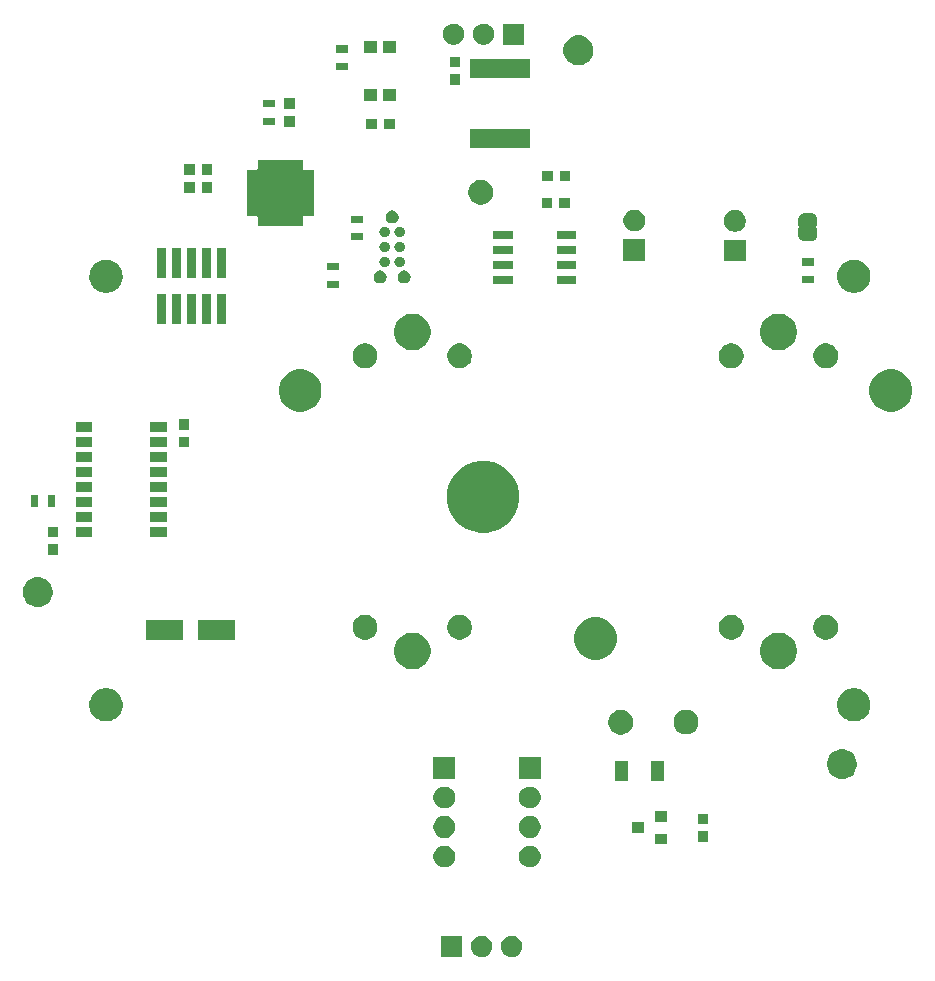
<source format=gbr>
G04 #@! TF.GenerationSoftware,KiCad,Pcbnew,(5.1.5)-3*
G04 #@! TF.CreationDate,2020-06-04T15:01:54+02:00*
G04 #@! TF.ProjectId,StepperClockK02,53746570-7065-4724-936c-6f636b4b3032,v1.0*
G04 #@! TF.SameCoordinates,Original*
G04 #@! TF.FileFunction,Soldermask,Top*
G04 #@! TF.FilePolarity,Negative*
%FSLAX46Y46*%
G04 Gerber Fmt 4.6, Leading zero omitted, Abs format (unit mm)*
G04 Created by KiCad (PCBNEW (5.1.5)-3) date 2020-06-04 15:01:54*
%MOMM*%
%LPD*%
G04 APERTURE LIST*
%ADD10C,0.100000*%
G04 APERTURE END LIST*
D10*
G36*
X99036800Y-182391740D02*
G01*
X97234800Y-182391740D01*
X97234800Y-180589740D01*
X99036800Y-180589740D01*
X99036800Y-182391740D01*
G37*
G36*
X103329312Y-180594667D02*
G01*
X103478612Y-180624364D01*
X103642584Y-180692284D01*
X103790154Y-180790887D01*
X103915653Y-180916386D01*
X104014256Y-181063956D01*
X104082176Y-181227928D01*
X104116800Y-181401999D01*
X104116800Y-181579481D01*
X104082176Y-181753552D01*
X104014256Y-181917524D01*
X103915653Y-182065094D01*
X103790154Y-182190593D01*
X103642584Y-182289196D01*
X103478612Y-182357116D01*
X103329312Y-182386813D01*
X103304542Y-182391740D01*
X103127058Y-182391740D01*
X103102288Y-182386813D01*
X102952988Y-182357116D01*
X102789016Y-182289196D01*
X102641446Y-182190593D01*
X102515947Y-182065094D01*
X102417344Y-181917524D01*
X102349424Y-181753552D01*
X102314800Y-181579481D01*
X102314800Y-181401999D01*
X102349424Y-181227928D01*
X102417344Y-181063956D01*
X102515947Y-180916386D01*
X102641446Y-180790887D01*
X102789016Y-180692284D01*
X102952988Y-180624364D01*
X103102288Y-180594667D01*
X103127058Y-180589740D01*
X103304542Y-180589740D01*
X103329312Y-180594667D01*
G37*
G36*
X100789312Y-180594667D02*
G01*
X100938612Y-180624364D01*
X101102584Y-180692284D01*
X101250154Y-180790887D01*
X101375653Y-180916386D01*
X101474256Y-181063956D01*
X101542176Y-181227928D01*
X101576800Y-181401999D01*
X101576800Y-181579481D01*
X101542176Y-181753552D01*
X101474256Y-181917524D01*
X101375653Y-182065094D01*
X101250154Y-182190593D01*
X101102584Y-182289196D01*
X100938612Y-182357116D01*
X100789312Y-182386813D01*
X100764542Y-182391740D01*
X100587058Y-182391740D01*
X100562288Y-182386813D01*
X100412988Y-182357116D01*
X100249016Y-182289196D01*
X100101446Y-182190593D01*
X99975947Y-182065094D01*
X99877344Y-181917524D01*
X99809424Y-181753552D01*
X99774800Y-181579481D01*
X99774800Y-181401999D01*
X99809424Y-181227928D01*
X99877344Y-181063956D01*
X99975947Y-180916386D01*
X100101446Y-180790887D01*
X100249016Y-180692284D01*
X100412988Y-180624364D01*
X100562288Y-180594667D01*
X100587058Y-180589740D01*
X100764542Y-180589740D01*
X100789312Y-180594667D01*
G37*
G36*
X97785904Y-172990325D02*
G01*
X97954426Y-173060129D01*
X98106091Y-173161468D01*
X98235072Y-173290449D01*
X98336411Y-173442114D01*
X98406215Y-173610636D01*
X98441800Y-173789537D01*
X98441800Y-173971943D01*
X98406215Y-174150844D01*
X98336411Y-174319366D01*
X98235072Y-174471031D01*
X98106091Y-174600012D01*
X97954426Y-174701351D01*
X97785904Y-174771155D01*
X97607003Y-174806740D01*
X97424597Y-174806740D01*
X97245696Y-174771155D01*
X97077174Y-174701351D01*
X96925509Y-174600012D01*
X96796528Y-174471031D01*
X96695189Y-174319366D01*
X96625385Y-174150844D01*
X96589800Y-173971943D01*
X96589800Y-173789537D01*
X96625385Y-173610636D01*
X96695189Y-173442114D01*
X96796528Y-173290449D01*
X96925509Y-173161468D01*
X97077174Y-173060129D01*
X97245696Y-172990325D01*
X97424597Y-172954740D01*
X97607003Y-172954740D01*
X97785904Y-172990325D01*
G37*
G36*
X105015904Y-172990325D02*
G01*
X105184426Y-173060129D01*
X105336091Y-173161468D01*
X105465072Y-173290449D01*
X105566411Y-173442114D01*
X105636215Y-173610636D01*
X105671800Y-173789537D01*
X105671800Y-173971943D01*
X105636215Y-174150844D01*
X105566411Y-174319366D01*
X105465072Y-174471031D01*
X105336091Y-174600012D01*
X105184426Y-174701351D01*
X105015904Y-174771155D01*
X104837003Y-174806740D01*
X104654597Y-174806740D01*
X104475696Y-174771155D01*
X104307174Y-174701351D01*
X104155509Y-174600012D01*
X104026528Y-174471031D01*
X103925189Y-174319366D01*
X103855385Y-174150844D01*
X103819800Y-173971943D01*
X103819800Y-173789537D01*
X103855385Y-173610636D01*
X103925189Y-173442114D01*
X104026528Y-173290449D01*
X104155509Y-173161468D01*
X104307174Y-173060129D01*
X104475696Y-172990325D01*
X104654597Y-172954740D01*
X104837003Y-172954740D01*
X105015904Y-172990325D01*
G37*
G36*
X116386800Y-172851740D02*
G01*
X115384800Y-172851740D01*
X115384800Y-171949740D01*
X116386800Y-171949740D01*
X116386800Y-172851740D01*
G37*
G36*
X119841800Y-172651740D02*
G01*
X118989800Y-172651740D01*
X118989800Y-171749740D01*
X119841800Y-171749740D01*
X119841800Y-172651740D01*
G37*
G36*
X105015904Y-170490325D02*
G01*
X105184426Y-170560129D01*
X105336091Y-170661468D01*
X105465072Y-170790449D01*
X105566411Y-170942114D01*
X105636215Y-171110636D01*
X105671800Y-171289537D01*
X105671800Y-171471943D01*
X105636215Y-171650844D01*
X105566411Y-171819366D01*
X105465072Y-171971031D01*
X105336091Y-172100012D01*
X105184426Y-172201351D01*
X105015904Y-172271155D01*
X104837003Y-172306740D01*
X104654597Y-172306740D01*
X104475696Y-172271155D01*
X104307174Y-172201351D01*
X104155509Y-172100012D01*
X104026528Y-171971031D01*
X103925189Y-171819366D01*
X103855385Y-171650844D01*
X103819800Y-171471943D01*
X103819800Y-171289537D01*
X103855385Y-171110636D01*
X103925189Y-170942114D01*
X104026528Y-170790449D01*
X104155509Y-170661468D01*
X104307174Y-170560129D01*
X104475696Y-170490325D01*
X104654597Y-170454740D01*
X104837003Y-170454740D01*
X105015904Y-170490325D01*
G37*
G36*
X97785904Y-170490325D02*
G01*
X97954426Y-170560129D01*
X98106091Y-170661468D01*
X98235072Y-170790449D01*
X98336411Y-170942114D01*
X98406215Y-171110636D01*
X98441800Y-171289537D01*
X98441800Y-171471943D01*
X98406215Y-171650844D01*
X98336411Y-171819366D01*
X98235072Y-171971031D01*
X98106091Y-172100012D01*
X97954426Y-172201351D01*
X97785904Y-172271155D01*
X97607003Y-172306740D01*
X97424597Y-172306740D01*
X97245696Y-172271155D01*
X97077174Y-172201351D01*
X96925509Y-172100012D01*
X96796528Y-171971031D01*
X96695189Y-171819366D01*
X96625385Y-171650844D01*
X96589800Y-171471943D01*
X96589800Y-171289537D01*
X96625385Y-171110636D01*
X96695189Y-170942114D01*
X96796528Y-170790449D01*
X96925509Y-170661468D01*
X97077174Y-170560129D01*
X97245696Y-170490325D01*
X97424597Y-170454740D01*
X97607003Y-170454740D01*
X97785904Y-170490325D01*
G37*
G36*
X114386800Y-171901740D02*
G01*
X113384800Y-171901740D01*
X113384800Y-170999740D01*
X114386800Y-170999740D01*
X114386800Y-171901740D01*
G37*
G36*
X119841800Y-171151740D02*
G01*
X118989800Y-171151740D01*
X118989800Y-170249740D01*
X119841800Y-170249740D01*
X119841800Y-171151740D01*
G37*
G36*
X116386800Y-170951740D02*
G01*
X115384800Y-170951740D01*
X115384800Y-170049740D01*
X116386800Y-170049740D01*
X116386800Y-170951740D01*
G37*
G36*
X97785904Y-167990325D02*
G01*
X97954426Y-168060129D01*
X98106091Y-168161468D01*
X98235072Y-168290449D01*
X98336411Y-168442114D01*
X98406215Y-168610636D01*
X98441800Y-168789537D01*
X98441800Y-168971943D01*
X98406215Y-169150844D01*
X98336411Y-169319366D01*
X98235072Y-169471031D01*
X98106091Y-169600012D01*
X97954426Y-169701351D01*
X97785904Y-169771155D01*
X97607003Y-169806740D01*
X97424597Y-169806740D01*
X97245696Y-169771155D01*
X97077174Y-169701351D01*
X96925509Y-169600012D01*
X96796528Y-169471031D01*
X96695189Y-169319366D01*
X96625385Y-169150844D01*
X96589800Y-168971943D01*
X96589800Y-168789537D01*
X96625385Y-168610636D01*
X96695189Y-168442114D01*
X96796528Y-168290449D01*
X96925509Y-168161468D01*
X97077174Y-168060129D01*
X97245696Y-167990325D01*
X97424597Y-167954740D01*
X97607003Y-167954740D01*
X97785904Y-167990325D01*
G37*
G36*
X105015904Y-167990325D02*
G01*
X105184426Y-168060129D01*
X105336091Y-168161468D01*
X105465072Y-168290449D01*
X105566411Y-168442114D01*
X105636215Y-168610636D01*
X105671800Y-168789537D01*
X105671800Y-168971943D01*
X105636215Y-169150844D01*
X105566411Y-169319366D01*
X105465072Y-169471031D01*
X105336091Y-169600012D01*
X105184426Y-169701351D01*
X105015904Y-169771155D01*
X104837003Y-169806740D01*
X104654597Y-169806740D01*
X104475696Y-169771155D01*
X104307174Y-169701351D01*
X104155509Y-169600012D01*
X104026528Y-169471031D01*
X103925189Y-169319366D01*
X103855385Y-169150844D01*
X103819800Y-168971943D01*
X103819800Y-168789537D01*
X103855385Y-168610636D01*
X103925189Y-168442114D01*
X104026528Y-168290449D01*
X104155509Y-168161468D01*
X104307174Y-168060129D01*
X104475696Y-167990325D01*
X104654597Y-167954740D01*
X104837003Y-167954740D01*
X105015904Y-167990325D01*
G37*
G36*
X116096800Y-167471740D02*
G01*
X114994800Y-167471740D01*
X114994800Y-165769740D01*
X116096800Y-165769740D01*
X116096800Y-167471740D01*
G37*
G36*
X113096800Y-167471740D02*
G01*
X111994800Y-167471740D01*
X111994800Y-165769740D01*
X113096800Y-165769740D01*
X113096800Y-167471740D01*
G37*
G36*
X131433564Y-164805142D02*
G01*
X131556245Y-164829545D01*
X131787371Y-164925281D01*
X131995378Y-165064267D01*
X132172273Y-165241162D01*
X132311259Y-165449169D01*
X132406995Y-165680295D01*
X132455800Y-165925656D01*
X132455800Y-166175824D01*
X132406995Y-166421185D01*
X132311259Y-166652311D01*
X132172273Y-166860318D01*
X131995378Y-167037213D01*
X131787371Y-167176199D01*
X131556245Y-167271935D01*
X131433565Y-167296337D01*
X131310885Y-167320740D01*
X131060715Y-167320740D01*
X130938035Y-167296337D01*
X130815355Y-167271935D01*
X130584229Y-167176199D01*
X130376222Y-167037213D01*
X130199327Y-166860318D01*
X130060341Y-166652311D01*
X129964605Y-166421185D01*
X129915800Y-166175824D01*
X129915800Y-165925656D01*
X129964605Y-165680295D01*
X130060341Y-165449169D01*
X130199327Y-165241162D01*
X130376222Y-165064267D01*
X130584229Y-164925281D01*
X130815355Y-164829545D01*
X130938036Y-164805142D01*
X131060715Y-164780740D01*
X131310885Y-164780740D01*
X131433564Y-164805142D01*
G37*
G36*
X98441800Y-167306740D02*
G01*
X96589800Y-167306740D01*
X96589800Y-165454740D01*
X98441800Y-165454740D01*
X98441800Y-167306740D01*
G37*
G36*
X105671800Y-167306740D02*
G01*
X103819800Y-167306740D01*
X103819800Y-165454740D01*
X105671800Y-165454740D01*
X105671800Y-167306740D01*
G37*
G36*
X112742364Y-161510129D02*
G01*
X112933633Y-161589355D01*
X112933635Y-161589356D01*
X113105773Y-161704375D01*
X113252165Y-161850767D01*
X113347139Y-161992905D01*
X113367185Y-162022907D01*
X113446411Y-162214176D01*
X113486800Y-162417224D01*
X113486800Y-162624256D01*
X113446411Y-162827304D01*
X113367185Y-163018573D01*
X113367184Y-163018575D01*
X113252165Y-163190713D01*
X113105773Y-163337105D01*
X112933635Y-163452124D01*
X112933634Y-163452125D01*
X112933633Y-163452125D01*
X112742364Y-163531351D01*
X112539316Y-163571740D01*
X112332284Y-163571740D01*
X112129236Y-163531351D01*
X111937967Y-163452125D01*
X111937966Y-163452125D01*
X111937965Y-163452124D01*
X111765827Y-163337105D01*
X111619435Y-163190713D01*
X111504416Y-163018575D01*
X111504415Y-163018573D01*
X111425189Y-162827304D01*
X111384800Y-162624256D01*
X111384800Y-162417224D01*
X111425189Y-162214176D01*
X111504415Y-162022907D01*
X111524462Y-161992905D01*
X111619435Y-161850767D01*
X111765827Y-161704375D01*
X111937965Y-161589356D01*
X111937967Y-161589355D01*
X112129236Y-161510129D01*
X112332284Y-161469740D01*
X112539316Y-161469740D01*
X112742364Y-161510129D01*
G37*
G36*
X118282364Y-161480129D02*
G01*
X118473633Y-161559355D01*
X118473635Y-161559356D01*
X118518533Y-161589356D01*
X118645773Y-161674375D01*
X118792165Y-161820767D01*
X118907185Y-161992907D01*
X118986411Y-162184176D01*
X119026800Y-162387224D01*
X119026800Y-162594256D01*
X118986411Y-162797304D01*
X118973984Y-162827305D01*
X118907184Y-162988575D01*
X118792165Y-163160713D01*
X118645773Y-163307105D01*
X118473635Y-163422124D01*
X118473634Y-163422125D01*
X118473633Y-163422125D01*
X118282364Y-163501351D01*
X118079316Y-163541740D01*
X117872284Y-163541740D01*
X117669236Y-163501351D01*
X117477967Y-163422125D01*
X117477966Y-163422125D01*
X117477965Y-163422124D01*
X117305827Y-163307105D01*
X117159435Y-163160713D01*
X117044416Y-162988575D01*
X116977616Y-162827305D01*
X116965189Y-162797304D01*
X116924800Y-162594256D01*
X116924800Y-162387224D01*
X116965189Y-162184176D01*
X117044415Y-161992907D01*
X117159435Y-161820767D01*
X117305827Y-161674375D01*
X117433067Y-161589356D01*
X117477965Y-161559356D01*
X117477967Y-161559355D01*
X117669236Y-161480129D01*
X117872284Y-161439740D01*
X118079316Y-161439740D01*
X118282364Y-161480129D01*
G37*
G36*
X132504233Y-159665633D02*
G01*
X132594457Y-159683579D01*
X132700067Y-159727325D01*
X132849421Y-159789189D01*
X132849422Y-159789190D01*
X133078886Y-159942512D01*
X133274028Y-160137654D01*
X133376475Y-160290977D01*
X133427351Y-160367119D01*
X133489215Y-160516473D01*
X133532961Y-160622083D01*
X133586800Y-160892754D01*
X133586800Y-161168726D01*
X133532961Y-161439397D01*
X133503662Y-161510130D01*
X133427351Y-161694361D01*
X133427350Y-161694362D01*
X133274028Y-161923826D01*
X133078886Y-162118968D01*
X132936398Y-162214175D01*
X132849421Y-162272291D01*
X132700067Y-162334155D01*
X132594457Y-162377901D01*
X132547586Y-162387224D01*
X132323788Y-162431740D01*
X132047812Y-162431740D01*
X131824014Y-162387224D01*
X131777143Y-162377901D01*
X131671533Y-162334155D01*
X131522179Y-162272291D01*
X131435202Y-162214175D01*
X131292714Y-162118968D01*
X131097572Y-161923826D01*
X130944250Y-161694362D01*
X130944249Y-161694361D01*
X130867938Y-161510130D01*
X130838639Y-161439397D01*
X130784800Y-161168726D01*
X130784800Y-160892754D01*
X130838639Y-160622083D01*
X130882385Y-160516473D01*
X130944249Y-160367119D01*
X130995125Y-160290977D01*
X131097572Y-160137654D01*
X131292714Y-159942512D01*
X131522178Y-159789190D01*
X131522179Y-159789189D01*
X131671533Y-159727325D01*
X131777143Y-159683579D01*
X131867367Y-159665633D01*
X132047812Y-159629740D01*
X132323788Y-159629740D01*
X132504233Y-159665633D01*
G37*
G36*
X69184233Y-159665633D02*
G01*
X69274457Y-159683579D01*
X69380067Y-159727325D01*
X69529421Y-159789189D01*
X69529422Y-159789190D01*
X69758886Y-159942512D01*
X69954028Y-160137654D01*
X70056475Y-160290977D01*
X70107351Y-160367119D01*
X70169215Y-160516473D01*
X70212961Y-160622083D01*
X70266800Y-160892754D01*
X70266800Y-161168726D01*
X70212961Y-161439397D01*
X70183662Y-161510130D01*
X70107351Y-161694361D01*
X70107350Y-161694362D01*
X69954028Y-161923826D01*
X69758886Y-162118968D01*
X69616398Y-162214175D01*
X69529421Y-162272291D01*
X69380067Y-162334155D01*
X69274457Y-162377901D01*
X69227586Y-162387224D01*
X69003788Y-162431740D01*
X68727812Y-162431740D01*
X68504014Y-162387224D01*
X68457143Y-162377901D01*
X68351533Y-162334155D01*
X68202179Y-162272291D01*
X68115202Y-162214175D01*
X67972714Y-162118968D01*
X67777572Y-161923826D01*
X67624250Y-161694362D01*
X67624249Y-161694361D01*
X67547938Y-161510130D01*
X67518639Y-161439397D01*
X67464800Y-161168726D01*
X67464800Y-160892754D01*
X67518639Y-160622083D01*
X67562385Y-160516473D01*
X67624249Y-160367119D01*
X67675125Y-160290977D01*
X67777572Y-160137654D01*
X67972714Y-159942512D01*
X68202178Y-159789190D01*
X68202179Y-159789189D01*
X68351533Y-159727325D01*
X68457143Y-159683579D01*
X68547367Y-159665633D01*
X68727812Y-159629740D01*
X69003788Y-159629740D01*
X69184233Y-159665633D01*
G37*
G36*
X126098385Y-154959542D02*
G01*
X126248210Y-154989344D01*
X126530474Y-155106261D01*
X126784505Y-155275999D01*
X127000541Y-155492035D01*
X127170279Y-155746066D01*
X127287196Y-156028330D01*
X127346800Y-156327980D01*
X127346800Y-156633500D01*
X127287196Y-156933150D01*
X127170279Y-157215414D01*
X127000541Y-157469445D01*
X126784505Y-157685481D01*
X126530474Y-157855219D01*
X126248210Y-157972136D01*
X126098385Y-158001938D01*
X125948561Y-158031740D01*
X125643039Y-158031740D01*
X125493215Y-158001938D01*
X125343390Y-157972136D01*
X125061126Y-157855219D01*
X124807095Y-157685481D01*
X124591059Y-157469445D01*
X124421321Y-157215414D01*
X124304404Y-156933150D01*
X124244800Y-156633500D01*
X124244800Y-156327980D01*
X124304404Y-156028330D01*
X124421321Y-155746066D01*
X124591059Y-155492035D01*
X124807095Y-155275999D01*
X125061126Y-155106261D01*
X125343390Y-154989344D01*
X125493215Y-154959542D01*
X125643039Y-154929740D01*
X125948561Y-154929740D01*
X126098385Y-154959542D01*
G37*
G36*
X95098385Y-154959542D02*
G01*
X95248210Y-154989344D01*
X95530474Y-155106261D01*
X95784505Y-155275999D01*
X96000541Y-155492035D01*
X96170279Y-155746066D01*
X96287196Y-156028330D01*
X96346800Y-156327980D01*
X96346800Y-156633500D01*
X96287196Y-156933150D01*
X96170279Y-157215414D01*
X96000541Y-157469445D01*
X95784505Y-157685481D01*
X95530474Y-157855219D01*
X95248210Y-157972136D01*
X95098385Y-158001938D01*
X94948561Y-158031740D01*
X94643039Y-158031740D01*
X94493215Y-158001938D01*
X94343390Y-157972136D01*
X94061126Y-157855219D01*
X93807095Y-157685481D01*
X93591059Y-157469445D01*
X93421321Y-157215414D01*
X93304404Y-156933150D01*
X93244800Y-156633500D01*
X93244800Y-156327980D01*
X93304404Y-156028330D01*
X93421321Y-155746066D01*
X93591059Y-155492035D01*
X93807095Y-155275999D01*
X94061126Y-155106261D01*
X94343390Y-154989344D01*
X94493215Y-154959542D01*
X94643039Y-154929740D01*
X94948561Y-154929740D01*
X95098385Y-154959542D01*
G37*
G36*
X110831131Y-153688951D02*
G01*
X111158892Y-153824714D01*
X111453870Y-154021812D01*
X111704728Y-154272670D01*
X111901826Y-154567648D01*
X112037589Y-154895409D01*
X112106800Y-155243356D01*
X112106800Y-155598124D01*
X112037589Y-155946071D01*
X111901826Y-156273832D01*
X111704728Y-156568810D01*
X111453870Y-156819668D01*
X111158892Y-157016766D01*
X110831131Y-157152529D01*
X110483184Y-157221740D01*
X110128416Y-157221740D01*
X109780469Y-157152529D01*
X109452708Y-157016766D01*
X109157730Y-156819668D01*
X108906872Y-156568810D01*
X108709774Y-156273832D01*
X108574011Y-155946071D01*
X108504800Y-155598124D01*
X108504800Y-155243356D01*
X108574011Y-154895409D01*
X108709774Y-154567648D01*
X108906872Y-154272670D01*
X109157730Y-154021812D01*
X109452708Y-153824714D01*
X109780469Y-153688951D01*
X110128416Y-153619740D01*
X110483184Y-153619740D01*
X110831131Y-153688951D01*
G37*
G36*
X75386800Y-155561740D02*
G01*
X72284800Y-155561740D01*
X72284800Y-153859740D01*
X75386800Y-153859740D01*
X75386800Y-155561740D01*
G37*
G36*
X79786800Y-155561740D02*
G01*
X76684800Y-155561740D01*
X76684800Y-153859740D01*
X79786800Y-153859740D01*
X79786800Y-155561740D01*
G37*
G36*
X91102364Y-153470129D02*
G01*
X91293633Y-153549355D01*
X91293635Y-153549356D01*
X91398972Y-153619740D01*
X91465773Y-153664375D01*
X91612165Y-153810767D01*
X91727185Y-153982907D01*
X91806411Y-154174176D01*
X91846800Y-154377224D01*
X91846800Y-154584256D01*
X91806411Y-154787304D01*
X91747412Y-154929740D01*
X91727184Y-154978575D01*
X91612165Y-155150713D01*
X91465773Y-155297105D01*
X91293635Y-155412124D01*
X91293634Y-155412125D01*
X91293633Y-155412125D01*
X91102364Y-155491351D01*
X90899316Y-155531740D01*
X90692284Y-155531740D01*
X90489236Y-155491351D01*
X90297967Y-155412125D01*
X90297966Y-155412125D01*
X90297965Y-155412124D01*
X90125827Y-155297105D01*
X89979435Y-155150713D01*
X89864416Y-154978575D01*
X89844188Y-154929740D01*
X89785189Y-154787304D01*
X89744800Y-154584256D01*
X89744800Y-154377224D01*
X89785189Y-154174176D01*
X89864415Y-153982907D01*
X89979435Y-153810767D01*
X90125827Y-153664375D01*
X90192628Y-153619740D01*
X90297965Y-153549356D01*
X90297967Y-153549355D01*
X90489236Y-153470129D01*
X90692284Y-153429740D01*
X90899316Y-153429740D01*
X91102364Y-153470129D01*
G37*
G36*
X99102364Y-153470129D02*
G01*
X99293633Y-153549355D01*
X99293635Y-153549356D01*
X99398972Y-153619740D01*
X99465773Y-153664375D01*
X99612165Y-153810767D01*
X99727185Y-153982907D01*
X99806411Y-154174176D01*
X99846800Y-154377224D01*
X99846800Y-154584256D01*
X99806411Y-154787304D01*
X99747412Y-154929740D01*
X99727184Y-154978575D01*
X99612165Y-155150713D01*
X99465773Y-155297105D01*
X99293635Y-155412124D01*
X99293634Y-155412125D01*
X99293633Y-155412125D01*
X99102364Y-155491351D01*
X98899316Y-155531740D01*
X98692284Y-155531740D01*
X98489236Y-155491351D01*
X98297967Y-155412125D01*
X98297966Y-155412125D01*
X98297965Y-155412124D01*
X98125827Y-155297105D01*
X97979435Y-155150713D01*
X97864416Y-154978575D01*
X97844188Y-154929740D01*
X97785189Y-154787304D01*
X97744800Y-154584256D01*
X97744800Y-154377224D01*
X97785189Y-154174176D01*
X97864415Y-153982907D01*
X97979435Y-153810767D01*
X98125827Y-153664375D01*
X98192628Y-153619740D01*
X98297965Y-153549356D01*
X98297967Y-153549355D01*
X98489236Y-153470129D01*
X98692284Y-153429740D01*
X98899316Y-153429740D01*
X99102364Y-153470129D01*
G37*
G36*
X122102364Y-153470129D02*
G01*
X122293633Y-153549355D01*
X122293635Y-153549356D01*
X122398972Y-153619740D01*
X122465773Y-153664375D01*
X122612165Y-153810767D01*
X122727185Y-153982907D01*
X122806411Y-154174176D01*
X122846800Y-154377224D01*
X122846800Y-154584256D01*
X122806411Y-154787304D01*
X122747412Y-154929740D01*
X122727184Y-154978575D01*
X122612165Y-155150713D01*
X122465773Y-155297105D01*
X122293635Y-155412124D01*
X122293634Y-155412125D01*
X122293633Y-155412125D01*
X122102364Y-155491351D01*
X121899316Y-155531740D01*
X121692284Y-155531740D01*
X121489236Y-155491351D01*
X121297967Y-155412125D01*
X121297966Y-155412125D01*
X121297965Y-155412124D01*
X121125827Y-155297105D01*
X120979435Y-155150713D01*
X120864416Y-154978575D01*
X120844188Y-154929740D01*
X120785189Y-154787304D01*
X120744800Y-154584256D01*
X120744800Y-154377224D01*
X120785189Y-154174176D01*
X120864415Y-153982907D01*
X120979435Y-153810767D01*
X121125827Y-153664375D01*
X121192628Y-153619740D01*
X121297965Y-153549356D01*
X121297967Y-153549355D01*
X121489236Y-153470129D01*
X121692284Y-153429740D01*
X121899316Y-153429740D01*
X122102364Y-153470129D01*
G37*
G36*
X130102364Y-153470129D02*
G01*
X130293633Y-153549355D01*
X130293635Y-153549356D01*
X130398972Y-153619740D01*
X130465773Y-153664375D01*
X130612165Y-153810767D01*
X130727185Y-153982907D01*
X130806411Y-154174176D01*
X130846800Y-154377224D01*
X130846800Y-154584256D01*
X130806411Y-154787304D01*
X130747412Y-154929740D01*
X130727184Y-154978575D01*
X130612165Y-155150713D01*
X130465773Y-155297105D01*
X130293635Y-155412124D01*
X130293634Y-155412125D01*
X130293633Y-155412125D01*
X130102364Y-155491351D01*
X129899316Y-155531740D01*
X129692284Y-155531740D01*
X129489236Y-155491351D01*
X129297967Y-155412125D01*
X129297966Y-155412125D01*
X129297965Y-155412124D01*
X129125827Y-155297105D01*
X128979435Y-155150713D01*
X128864416Y-154978575D01*
X128844188Y-154929740D01*
X128785189Y-154787304D01*
X128744800Y-154584256D01*
X128744800Y-154377224D01*
X128785189Y-154174176D01*
X128864415Y-153982907D01*
X128979435Y-153810767D01*
X129125827Y-153664375D01*
X129192628Y-153619740D01*
X129297965Y-153549356D01*
X129297967Y-153549355D01*
X129489236Y-153470129D01*
X129692284Y-153429740D01*
X129899316Y-153429740D01*
X130102364Y-153470129D01*
G37*
G36*
X63343565Y-150245143D02*
G01*
X63466245Y-150269545D01*
X63697371Y-150365281D01*
X63905378Y-150504267D01*
X64082273Y-150681162D01*
X64221259Y-150889169D01*
X64316995Y-151120295D01*
X64365800Y-151365656D01*
X64365800Y-151615824D01*
X64316995Y-151861185D01*
X64221259Y-152092311D01*
X64082273Y-152300318D01*
X63905378Y-152477213D01*
X63697371Y-152616199D01*
X63466245Y-152711935D01*
X63343564Y-152736338D01*
X63220885Y-152760740D01*
X62970715Y-152760740D01*
X62848036Y-152736338D01*
X62725355Y-152711935D01*
X62494229Y-152616199D01*
X62286222Y-152477213D01*
X62109327Y-152300318D01*
X61970341Y-152092311D01*
X61874605Y-151861185D01*
X61825800Y-151615824D01*
X61825800Y-151365656D01*
X61874605Y-151120295D01*
X61970341Y-150889169D01*
X62109327Y-150681162D01*
X62286222Y-150504267D01*
X62494229Y-150365281D01*
X62725355Y-150269545D01*
X62848035Y-150245143D01*
X62970715Y-150220740D01*
X63220885Y-150220740D01*
X63343565Y-150245143D01*
G37*
G36*
X64811800Y-148361740D02*
G01*
X63959800Y-148361740D01*
X63959800Y-147459740D01*
X64811800Y-147459740D01*
X64811800Y-148361740D01*
G37*
G36*
X64811800Y-146861740D02*
G01*
X63959800Y-146861740D01*
X63959800Y-145959740D01*
X64811800Y-145959740D01*
X64811800Y-146861740D01*
G37*
G36*
X67716800Y-146861740D02*
G01*
X66314800Y-146861740D01*
X66314800Y-145959740D01*
X67716800Y-145959740D01*
X67716800Y-146861740D01*
G37*
G36*
X74016800Y-146861740D02*
G01*
X72614800Y-146861740D01*
X72614800Y-145959740D01*
X74016800Y-145959740D01*
X74016800Y-146861740D01*
G37*
G36*
X101685743Y-140486988D02*
G01*
X102240989Y-140716978D01*
X102240990Y-140716979D01*
X102740699Y-141050874D01*
X103165666Y-141475841D01*
X103165667Y-141475843D01*
X103499562Y-141975551D01*
X103729552Y-142530797D01*
X103846800Y-143120241D01*
X103846800Y-143721239D01*
X103729552Y-144310683D01*
X103499562Y-144865929D01*
X103499561Y-144865930D01*
X103165666Y-145365639D01*
X102740699Y-145790606D01*
X102489147Y-145958688D01*
X102240989Y-146124502D01*
X101685743Y-146354492D01*
X101096299Y-146471740D01*
X100495301Y-146471740D01*
X99905857Y-146354492D01*
X99350611Y-146124502D01*
X99102453Y-145958688D01*
X98850901Y-145790606D01*
X98425934Y-145365639D01*
X98092039Y-144865930D01*
X98092038Y-144865929D01*
X97862048Y-144310683D01*
X97744800Y-143721239D01*
X97744800Y-143120241D01*
X97862048Y-142530797D01*
X98092038Y-141975551D01*
X98425933Y-141475843D01*
X98425934Y-141475841D01*
X98850901Y-141050874D01*
X99350610Y-140716979D01*
X99350611Y-140716978D01*
X99905857Y-140486988D01*
X100495301Y-140369740D01*
X101096299Y-140369740D01*
X101685743Y-140486988D01*
G37*
G36*
X67716800Y-145581740D02*
G01*
X66314800Y-145581740D01*
X66314800Y-144679740D01*
X67716800Y-144679740D01*
X67716800Y-145581740D01*
G37*
G36*
X74016800Y-145581740D02*
G01*
X72614800Y-145581740D01*
X72614800Y-144679740D01*
X74016800Y-144679740D01*
X74016800Y-145581740D01*
G37*
G36*
X67716800Y-144321740D02*
G01*
X66314800Y-144321740D01*
X66314800Y-143419740D01*
X67716800Y-143419740D01*
X67716800Y-144321740D01*
G37*
G36*
X74016800Y-144321740D02*
G01*
X72614800Y-144321740D01*
X72614800Y-143419740D01*
X74016800Y-143419740D01*
X74016800Y-144321740D01*
G37*
G36*
X64576800Y-144251740D02*
G01*
X63974800Y-144251740D01*
X63974800Y-143249740D01*
X64576800Y-143249740D01*
X64576800Y-144251740D01*
G37*
G36*
X63076800Y-144251740D02*
G01*
X62474800Y-144251740D01*
X62474800Y-143249740D01*
X63076800Y-143249740D01*
X63076800Y-144251740D01*
G37*
G36*
X67716800Y-143051740D02*
G01*
X66314800Y-143051740D01*
X66314800Y-142149740D01*
X67716800Y-142149740D01*
X67716800Y-143051740D01*
G37*
G36*
X74016800Y-143051740D02*
G01*
X72614800Y-143051740D01*
X72614800Y-142149740D01*
X74016800Y-142149740D01*
X74016800Y-143051740D01*
G37*
G36*
X67716800Y-141771740D02*
G01*
X66314800Y-141771740D01*
X66314800Y-140869740D01*
X67716800Y-140869740D01*
X67716800Y-141771740D01*
G37*
G36*
X74016800Y-141771740D02*
G01*
X72614800Y-141771740D01*
X72614800Y-140869740D01*
X74016800Y-140869740D01*
X74016800Y-141771740D01*
G37*
G36*
X67716800Y-140501740D02*
G01*
X66314800Y-140501740D01*
X66314800Y-139599740D01*
X67716800Y-139599740D01*
X67716800Y-140501740D01*
G37*
G36*
X74016800Y-140501740D02*
G01*
X72614800Y-140501740D01*
X72614800Y-139599740D01*
X74016800Y-139599740D01*
X74016800Y-140501740D01*
G37*
G36*
X75901800Y-139241740D02*
G01*
X75049800Y-139241740D01*
X75049800Y-138339740D01*
X75901800Y-138339740D01*
X75901800Y-139241740D01*
G37*
G36*
X74016800Y-139241740D02*
G01*
X72614800Y-139241740D01*
X72614800Y-138339740D01*
X74016800Y-138339740D01*
X74016800Y-139241740D01*
G37*
G36*
X67716800Y-139241740D02*
G01*
X66314800Y-139241740D01*
X66314800Y-138339740D01*
X67716800Y-138339740D01*
X67716800Y-139241740D01*
G37*
G36*
X67716800Y-137961740D02*
G01*
X66314800Y-137961740D01*
X66314800Y-137059740D01*
X67716800Y-137059740D01*
X67716800Y-137961740D01*
G37*
G36*
X74016800Y-137961740D02*
G01*
X72614800Y-137961740D01*
X72614800Y-137059740D01*
X74016800Y-137059740D01*
X74016800Y-137961740D01*
G37*
G36*
X75901800Y-137741740D02*
G01*
X75049800Y-137741740D01*
X75049800Y-136839740D01*
X75901800Y-136839740D01*
X75901800Y-137741740D01*
G37*
G36*
X85831131Y-132688951D02*
G01*
X86158892Y-132824714D01*
X86453870Y-133021812D01*
X86704728Y-133272670D01*
X86901826Y-133567648D01*
X87037589Y-133895409D01*
X87106800Y-134243356D01*
X87106800Y-134598124D01*
X87037589Y-134946071D01*
X86901826Y-135273832D01*
X86704728Y-135568810D01*
X86453870Y-135819668D01*
X86158892Y-136016766D01*
X85831131Y-136152529D01*
X85483184Y-136221740D01*
X85128416Y-136221740D01*
X84780469Y-136152529D01*
X84452708Y-136016766D01*
X84157730Y-135819668D01*
X83906872Y-135568810D01*
X83709774Y-135273832D01*
X83574011Y-134946071D01*
X83504800Y-134598124D01*
X83504800Y-134243356D01*
X83574011Y-133895409D01*
X83709774Y-133567648D01*
X83906872Y-133272670D01*
X84157730Y-133021812D01*
X84452708Y-132824714D01*
X84780469Y-132688951D01*
X85128416Y-132619740D01*
X85483184Y-132619740D01*
X85831131Y-132688951D01*
G37*
G36*
X135831131Y-132688951D02*
G01*
X136158892Y-132824714D01*
X136453870Y-133021812D01*
X136704728Y-133272670D01*
X136901826Y-133567648D01*
X137037589Y-133895409D01*
X137106800Y-134243356D01*
X137106800Y-134598124D01*
X137037589Y-134946071D01*
X136901826Y-135273832D01*
X136704728Y-135568810D01*
X136453870Y-135819668D01*
X136158892Y-136016766D01*
X135831131Y-136152529D01*
X135483184Y-136221740D01*
X135128416Y-136221740D01*
X134780469Y-136152529D01*
X134452708Y-136016766D01*
X134157730Y-135819668D01*
X133906872Y-135568810D01*
X133709774Y-135273832D01*
X133574011Y-134946071D01*
X133504800Y-134598124D01*
X133504800Y-134243356D01*
X133574011Y-133895409D01*
X133709774Y-133567648D01*
X133906872Y-133272670D01*
X134157730Y-133021812D01*
X134452708Y-132824714D01*
X134780469Y-132688951D01*
X135128416Y-132619740D01*
X135483184Y-132619740D01*
X135831131Y-132688951D01*
G37*
G36*
X130102364Y-130470129D02*
G01*
X130293633Y-130549355D01*
X130293635Y-130549356D01*
X130465773Y-130664375D01*
X130612165Y-130810767D01*
X130727185Y-130982907D01*
X130806411Y-131174176D01*
X130846800Y-131377224D01*
X130846800Y-131584256D01*
X130806411Y-131787304D01*
X130727185Y-131978573D01*
X130727184Y-131978575D01*
X130612165Y-132150713D01*
X130465773Y-132297105D01*
X130293635Y-132412124D01*
X130293634Y-132412125D01*
X130293633Y-132412125D01*
X130102364Y-132491351D01*
X129899316Y-132531740D01*
X129692284Y-132531740D01*
X129489236Y-132491351D01*
X129297967Y-132412125D01*
X129297966Y-132412125D01*
X129297965Y-132412124D01*
X129125827Y-132297105D01*
X128979435Y-132150713D01*
X128864416Y-131978575D01*
X128864415Y-131978573D01*
X128785189Y-131787304D01*
X128744800Y-131584256D01*
X128744800Y-131377224D01*
X128785189Y-131174176D01*
X128864415Y-130982907D01*
X128979435Y-130810767D01*
X129125827Y-130664375D01*
X129297965Y-130549356D01*
X129297967Y-130549355D01*
X129489236Y-130470129D01*
X129692284Y-130429740D01*
X129899316Y-130429740D01*
X130102364Y-130470129D01*
G37*
G36*
X91102364Y-130470129D02*
G01*
X91293633Y-130549355D01*
X91293635Y-130549356D01*
X91465773Y-130664375D01*
X91612165Y-130810767D01*
X91727185Y-130982907D01*
X91806411Y-131174176D01*
X91846800Y-131377224D01*
X91846800Y-131584256D01*
X91806411Y-131787304D01*
X91727185Y-131978573D01*
X91727184Y-131978575D01*
X91612165Y-132150713D01*
X91465773Y-132297105D01*
X91293635Y-132412124D01*
X91293634Y-132412125D01*
X91293633Y-132412125D01*
X91102364Y-132491351D01*
X90899316Y-132531740D01*
X90692284Y-132531740D01*
X90489236Y-132491351D01*
X90297967Y-132412125D01*
X90297966Y-132412125D01*
X90297965Y-132412124D01*
X90125827Y-132297105D01*
X89979435Y-132150713D01*
X89864416Y-131978575D01*
X89864415Y-131978573D01*
X89785189Y-131787304D01*
X89744800Y-131584256D01*
X89744800Y-131377224D01*
X89785189Y-131174176D01*
X89864415Y-130982907D01*
X89979435Y-130810767D01*
X90125827Y-130664375D01*
X90297965Y-130549356D01*
X90297967Y-130549355D01*
X90489236Y-130470129D01*
X90692284Y-130429740D01*
X90899316Y-130429740D01*
X91102364Y-130470129D01*
G37*
G36*
X99102364Y-130470129D02*
G01*
X99293633Y-130549355D01*
X99293635Y-130549356D01*
X99465773Y-130664375D01*
X99612165Y-130810767D01*
X99727185Y-130982907D01*
X99806411Y-131174176D01*
X99846800Y-131377224D01*
X99846800Y-131584256D01*
X99806411Y-131787304D01*
X99727185Y-131978573D01*
X99727184Y-131978575D01*
X99612165Y-132150713D01*
X99465773Y-132297105D01*
X99293635Y-132412124D01*
X99293634Y-132412125D01*
X99293633Y-132412125D01*
X99102364Y-132491351D01*
X98899316Y-132531740D01*
X98692284Y-132531740D01*
X98489236Y-132491351D01*
X98297967Y-132412125D01*
X98297966Y-132412125D01*
X98297965Y-132412124D01*
X98125827Y-132297105D01*
X97979435Y-132150713D01*
X97864416Y-131978575D01*
X97864415Y-131978573D01*
X97785189Y-131787304D01*
X97744800Y-131584256D01*
X97744800Y-131377224D01*
X97785189Y-131174176D01*
X97864415Y-130982907D01*
X97979435Y-130810767D01*
X98125827Y-130664375D01*
X98297965Y-130549356D01*
X98297967Y-130549355D01*
X98489236Y-130470129D01*
X98692284Y-130429740D01*
X98899316Y-130429740D01*
X99102364Y-130470129D01*
G37*
G36*
X122102364Y-130470129D02*
G01*
X122293633Y-130549355D01*
X122293635Y-130549356D01*
X122465773Y-130664375D01*
X122612165Y-130810767D01*
X122727185Y-130982907D01*
X122806411Y-131174176D01*
X122846800Y-131377224D01*
X122846800Y-131584256D01*
X122806411Y-131787304D01*
X122727185Y-131978573D01*
X122727184Y-131978575D01*
X122612165Y-132150713D01*
X122465773Y-132297105D01*
X122293635Y-132412124D01*
X122293634Y-132412125D01*
X122293633Y-132412125D01*
X122102364Y-132491351D01*
X121899316Y-132531740D01*
X121692284Y-132531740D01*
X121489236Y-132491351D01*
X121297967Y-132412125D01*
X121297966Y-132412125D01*
X121297965Y-132412124D01*
X121125827Y-132297105D01*
X120979435Y-132150713D01*
X120864416Y-131978575D01*
X120864415Y-131978573D01*
X120785189Y-131787304D01*
X120744800Y-131584256D01*
X120744800Y-131377224D01*
X120785189Y-131174176D01*
X120864415Y-130982907D01*
X120979435Y-130810767D01*
X121125827Y-130664375D01*
X121297965Y-130549356D01*
X121297967Y-130549355D01*
X121489236Y-130470129D01*
X121692284Y-130429740D01*
X121899316Y-130429740D01*
X122102364Y-130470129D01*
G37*
G36*
X95098385Y-127959542D02*
G01*
X95248210Y-127989344D01*
X95530474Y-128106261D01*
X95784505Y-128275999D01*
X96000541Y-128492035D01*
X96170279Y-128746066D01*
X96287196Y-129028330D01*
X96346800Y-129327980D01*
X96346800Y-129633500D01*
X96287196Y-129933150D01*
X96170279Y-130215414D01*
X96000541Y-130469445D01*
X95784505Y-130685481D01*
X95530474Y-130855219D01*
X95248210Y-130972136D01*
X95194070Y-130982905D01*
X94948561Y-131031740D01*
X94643039Y-131031740D01*
X94397530Y-130982905D01*
X94343390Y-130972136D01*
X94061126Y-130855219D01*
X93807095Y-130685481D01*
X93591059Y-130469445D01*
X93421321Y-130215414D01*
X93304404Y-129933150D01*
X93244800Y-129633500D01*
X93244800Y-129327980D01*
X93304404Y-129028330D01*
X93421321Y-128746066D01*
X93591059Y-128492035D01*
X93807095Y-128275999D01*
X94061126Y-128106261D01*
X94343390Y-127989344D01*
X94493215Y-127959542D01*
X94643039Y-127929740D01*
X94948561Y-127929740D01*
X95098385Y-127959542D01*
G37*
G36*
X126098385Y-127959542D02*
G01*
X126248210Y-127989344D01*
X126530474Y-128106261D01*
X126784505Y-128275999D01*
X127000541Y-128492035D01*
X127170279Y-128746066D01*
X127287196Y-129028330D01*
X127346800Y-129327980D01*
X127346800Y-129633500D01*
X127287196Y-129933150D01*
X127170279Y-130215414D01*
X127000541Y-130469445D01*
X126784505Y-130685481D01*
X126530474Y-130855219D01*
X126248210Y-130972136D01*
X126194070Y-130982905D01*
X125948561Y-131031740D01*
X125643039Y-131031740D01*
X125397530Y-130982905D01*
X125343390Y-130972136D01*
X125061126Y-130855219D01*
X124807095Y-130685481D01*
X124591059Y-130469445D01*
X124421321Y-130215414D01*
X124304404Y-129933150D01*
X124244800Y-129633500D01*
X124244800Y-129327980D01*
X124304404Y-129028330D01*
X124421321Y-128746066D01*
X124591059Y-128492035D01*
X124807095Y-128275999D01*
X125061126Y-128106261D01*
X125343390Y-127989344D01*
X125493215Y-127959542D01*
X125643039Y-127929740D01*
X125948561Y-127929740D01*
X126098385Y-127959542D01*
G37*
G36*
X73986800Y-128761740D02*
G01*
X73144800Y-128761740D01*
X73144800Y-126259740D01*
X73986800Y-126259740D01*
X73986800Y-128761740D01*
G37*
G36*
X76526800Y-128761740D02*
G01*
X75684800Y-128761740D01*
X75684800Y-126259740D01*
X76526800Y-126259740D01*
X76526800Y-128761740D01*
G37*
G36*
X79066800Y-128761740D02*
G01*
X78224800Y-128761740D01*
X78224800Y-126259740D01*
X79066800Y-126259740D01*
X79066800Y-128761740D01*
G37*
G36*
X77796800Y-128761740D02*
G01*
X76954800Y-128761740D01*
X76954800Y-126259740D01*
X77796800Y-126259740D01*
X77796800Y-128761740D01*
G37*
G36*
X75256800Y-128761740D02*
G01*
X74414800Y-128761740D01*
X74414800Y-126259740D01*
X75256800Y-126259740D01*
X75256800Y-128761740D01*
G37*
G36*
X132504233Y-123385633D02*
G01*
X132594457Y-123403579D01*
X132700067Y-123447325D01*
X132849421Y-123509189D01*
X132849422Y-123509190D01*
X133078886Y-123662512D01*
X133274028Y-123857654D01*
X133376475Y-124010977D01*
X133427351Y-124087119D01*
X133460331Y-124166740D01*
X133522412Y-124316615D01*
X133532961Y-124342084D01*
X133572721Y-124541970D01*
X133586800Y-124612754D01*
X133586800Y-124888726D01*
X133532961Y-125159397D01*
X133489215Y-125265007D01*
X133427351Y-125414361D01*
X133427350Y-125414362D01*
X133274028Y-125643826D01*
X133078886Y-125838968D01*
X132925563Y-125941415D01*
X132849421Y-125992291D01*
X132700067Y-126054155D01*
X132594457Y-126097901D01*
X132504233Y-126115847D01*
X132323788Y-126151740D01*
X132047812Y-126151740D01*
X131867367Y-126115847D01*
X131777143Y-126097901D01*
X131671533Y-126054155D01*
X131522179Y-125992291D01*
X131446037Y-125941415D01*
X131292714Y-125838968D01*
X131097572Y-125643826D01*
X130944250Y-125414362D01*
X130944249Y-125414361D01*
X130882385Y-125265007D01*
X130838639Y-125159397D01*
X130784800Y-124888726D01*
X130784800Y-124612754D01*
X130798880Y-124541970D01*
X130838639Y-124342084D01*
X130849189Y-124316615D01*
X130911269Y-124166740D01*
X130944249Y-124087119D01*
X130995125Y-124010977D01*
X131097572Y-123857654D01*
X131292714Y-123662512D01*
X131522178Y-123509190D01*
X131522179Y-123509189D01*
X131671533Y-123447325D01*
X131777143Y-123403579D01*
X131867367Y-123385633D01*
X132047812Y-123349740D01*
X132323788Y-123349740D01*
X132504233Y-123385633D01*
G37*
G36*
X69184233Y-123385633D02*
G01*
X69274457Y-123403579D01*
X69380067Y-123447325D01*
X69529421Y-123509189D01*
X69529422Y-123509190D01*
X69758886Y-123662512D01*
X69954028Y-123857654D01*
X70056475Y-124010977D01*
X70107351Y-124087119D01*
X70140331Y-124166740D01*
X70202412Y-124316615D01*
X70212961Y-124342084D01*
X70252721Y-124541970D01*
X70266800Y-124612754D01*
X70266800Y-124888726D01*
X70212961Y-125159397D01*
X70169215Y-125265007D01*
X70107351Y-125414361D01*
X70107350Y-125414362D01*
X69954028Y-125643826D01*
X69758886Y-125838968D01*
X69605563Y-125941415D01*
X69529421Y-125992291D01*
X69380067Y-126054155D01*
X69274457Y-126097901D01*
X69184233Y-126115847D01*
X69003788Y-126151740D01*
X68727812Y-126151740D01*
X68547367Y-126115847D01*
X68457143Y-126097901D01*
X68351533Y-126054155D01*
X68202179Y-125992291D01*
X68126037Y-125941415D01*
X67972714Y-125838968D01*
X67777572Y-125643826D01*
X67624250Y-125414362D01*
X67624249Y-125414361D01*
X67562385Y-125265007D01*
X67518639Y-125159397D01*
X67464800Y-124888726D01*
X67464800Y-124612754D01*
X67478880Y-124541970D01*
X67518639Y-124342084D01*
X67529189Y-124316615D01*
X67591269Y-124166740D01*
X67624249Y-124087119D01*
X67675125Y-124010977D01*
X67777572Y-123857654D01*
X67972714Y-123662512D01*
X68202178Y-123509190D01*
X68202179Y-123509189D01*
X68351533Y-123447325D01*
X68457143Y-123403579D01*
X68547367Y-123385633D01*
X68727812Y-123349740D01*
X69003788Y-123349740D01*
X69184233Y-123385633D01*
G37*
G36*
X88616800Y-125721740D02*
G01*
X87614800Y-125721740D01*
X87614800Y-125119740D01*
X88616800Y-125119740D01*
X88616800Y-125721740D01*
G37*
G36*
X103291800Y-125436740D02*
G01*
X101639800Y-125436740D01*
X101639800Y-124734740D01*
X103291800Y-124734740D01*
X103291800Y-125436740D01*
G37*
G36*
X108691800Y-125436740D02*
G01*
X107039800Y-125436740D01*
X107039800Y-124734740D01*
X108691800Y-124734740D01*
X108691800Y-125436740D01*
G37*
G36*
X94218378Y-124264937D02*
G01*
X94271150Y-124275434D01*
X94370570Y-124316615D01*
X94460046Y-124376401D01*
X94536139Y-124452494D01*
X94595925Y-124541970D01*
X94637106Y-124641390D01*
X94637106Y-124641391D01*
X94655675Y-124734740D01*
X94658100Y-124746934D01*
X94658100Y-124854546D01*
X94637106Y-124960090D01*
X94595925Y-125059510D01*
X94536139Y-125148986D01*
X94460046Y-125225079D01*
X94370570Y-125284865D01*
X94271150Y-125326046D01*
X94218378Y-125336543D01*
X94165607Y-125347040D01*
X94057993Y-125347040D01*
X94005222Y-125336543D01*
X93952450Y-125326046D01*
X93853030Y-125284865D01*
X93763554Y-125225079D01*
X93687461Y-125148986D01*
X93627675Y-125059510D01*
X93586494Y-124960090D01*
X93565500Y-124854546D01*
X93565500Y-124746934D01*
X93567926Y-124734740D01*
X93586494Y-124641391D01*
X93586494Y-124641390D01*
X93627675Y-124541970D01*
X93687461Y-124452494D01*
X93763554Y-124376401D01*
X93853030Y-124316615D01*
X93952450Y-124275434D01*
X94005222Y-124264937D01*
X94057993Y-124254440D01*
X94165607Y-124254440D01*
X94218378Y-124264937D01*
G37*
G36*
X92186378Y-124264937D02*
G01*
X92239150Y-124275434D01*
X92338570Y-124316615D01*
X92428046Y-124376401D01*
X92504139Y-124452494D01*
X92563925Y-124541970D01*
X92605106Y-124641390D01*
X92605106Y-124641391D01*
X92623675Y-124734740D01*
X92626100Y-124746934D01*
X92626100Y-124854546D01*
X92605106Y-124960090D01*
X92563925Y-125059510D01*
X92504139Y-125148986D01*
X92428046Y-125225079D01*
X92338570Y-125284865D01*
X92239150Y-125326046D01*
X92186378Y-125336543D01*
X92133607Y-125347040D01*
X92025993Y-125347040D01*
X91973222Y-125336543D01*
X91920450Y-125326046D01*
X91821030Y-125284865D01*
X91731554Y-125225079D01*
X91655461Y-125148986D01*
X91595675Y-125059510D01*
X91554494Y-124960090D01*
X91533500Y-124854546D01*
X91533500Y-124746934D01*
X91535926Y-124734740D01*
X91554494Y-124641391D01*
X91554494Y-124641390D01*
X91595675Y-124541970D01*
X91655461Y-124452494D01*
X91731554Y-124376401D01*
X91821030Y-124316615D01*
X91920450Y-124275434D01*
X91973222Y-124264937D01*
X92025993Y-124254440D01*
X92133607Y-124254440D01*
X92186378Y-124264937D01*
G37*
G36*
X128806800Y-125341740D02*
G01*
X127804800Y-125341740D01*
X127804800Y-124739740D01*
X128806800Y-124739740D01*
X128806800Y-125341740D01*
G37*
G36*
X77796800Y-124861740D02*
G01*
X76954800Y-124861740D01*
X76954800Y-122359740D01*
X77796800Y-122359740D01*
X77796800Y-124861740D01*
G37*
G36*
X76526800Y-124861740D02*
G01*
X75684800Y-124861740D01*
X75684800Y-122359740D01*
X76526800Y-122359740D01*
X76526800Y-124861740D01*
G37*
G36*
X75256800Y-124861740D02*
G01*
X74414800Y-124861740D01*
X74414800Y-122359740D01*
X75256800Y-122359740D01*
X75256800Y-124861740D01*
G37*
G36*
X73986800Y-124861740D02*
G01*
X73144800Y-124861740D01*
X73144800Y-122359740D01*
X73986800Y-122359740D01*
X73986800Y-124861740D01*
G37*
G36*
X79066800Y-124861740D02*
G01*
X78224800Y-124861740D01*
X78224800Y-122359740D01*
X79066800Y-122359740D01*
X79066800Y-124861740D01*
G37*
G36*
X88616800Y-124221740D02*
G01*
X87614800Y-124221740D01*
X87614800Y-123619740D01*
X88616800Y-123619740D01*
X88616800Y-124221740D01*
G37*
G36*
X108691800Y-124166740D02*
G01*
X107039800Y-124166740D01*
X107039800Y-123464740D01*
X108691800Y-123464740D01*
X108691800Y-124166740D01*
G37*
G36*
X103291800Y-124166740D02*
G01*
X101639800Y-124166740D01*
X101639800Y-123464740D01*
X103291800Y-123464740D01*
X103291800Y-124166740D01*
G37*
G36*
X93860514Y-123103129D02*
G01*
X93941445Y-123136652D01*
X94014280Y-123185319D01*
X94076221Y-123247260D01*
X94076222Y-123247262D01*
X94124889Y-123320097D01*
X94158411Y-123401026D01*
X94175500Y-123486941D01*
X94175500Y-123574539D01*
X94158411Y-123660454D01*
X94124888Y-123741385D01*
X94076221Y-123814220D01*
X94014280Y-123876161D01*
X93941445Y-123924828D01*
X93941444Y-123924829D01*
X93941443Y-123924829D01*
X93860514Y-123958351D01*
X93774601Y-123975440D01*
X93686999Y-123975440D01*
X93601086Y-123958351D01*
X93520157Y-123924829D01*
X93520156Y-123924829D01*
X93520155Y-123924828D01*
X93447320Y-123876161D01*
X93385379Y-123814220D01*
X93336712Y-123741385D01*
X93303189Y-123660454D01*
X93286100Y-123574539D01*
X93286100Y-123486941D01*
X93303189Y-123401026D01*
X93336711Y-123320097D01*
X93385378Y-123247262D01*
X93385379Y-123247260D01*
X93447320Y-123185319D01*
X93520155Y-123136652D01*
X93601086Y-123103129D01*
X93686999Y-123086040D01*
X93774601Y-123086040D01*
X93860514Y-123103129D01*
G37*
G36*
X92590514Y-123103129D02*
G01*
X92671445Y-123136652D01*
X92744280Y-123185319D01*
X92806221Y-123247260D01*
X92806222Y-123247262D01*
X92854889Y-123320097D01*
X92888411Y-123401026D01*
X92905500Y-123486941D01*
X92905500Y-123574539D01*
X92888411Y-123660454D01*
X92854888Y-123741385D01*
X92806221Y-123814220D01*
X92744280Y-123876161D01*
X92671445Y-123924828D01*
X92671444Y-123924829D01*
X92671443Y-123924829D01*
X92590514Y-123958351D01*
X92504601Y-123975440D01*
X92416999Y-123975440D01*
X92331086Y-123958351D01*
X92250157Y-123924829D01*
X92250156Y-123924829D01*
X92250155Y-123924828D01*
X92177320Y-123876161D01*
X92115379Y-123814220D01*
X92066712Y-123741385D01*
X92033189Y-123660454D01*
X92016100Y-123574539D01*
X92016100Y-123486941D01*
X92033189Y-123401026D01*
X92066711Y-123320097D01*
X92115378Y-123247262D01*
X92115379Y-123247260D01*
X92177320Y-123185319D01*
X92250155Y-123136652D01*
X92331086Y-123103129D01*
X92416999Y-123086040D01*
X92504601Y-123086040D01*
X92590514Y-123103129D01*
G37*
G36*
X128806800Y-123841740D02*
G01*
X127804800Y-123841740D01*
X127804800Y-123239740D01*
X128806800Y-123239740D01*
X128806800Y-123841740D01*
G37*
G36*
X123041800Y-123496740D02*
G01*
X121189800Y-123496740D01*
X121189800Y-121644740D01*
X123041800Y-121644740D01*
X123041800Y-123496740D01*
G37*
G36*
X114531800Y-123456740D02*
G01*
X112679800Y-123456740D01*
X112679800Y-121604740D01*
X114531800Y-121604740D01*
X114531800Y-123456740D01*
G37*
G36*
X108691800Y-122896740D02*
G01*
X107039800Y-122896740D01*
X107039800Y-122194740D01*
X108691800Y-122194740D01*
X108691800Y-122896740D01*
G37*
G36*
X103291800Y-122896740D02*
G01*
X101639800Y-122896740D01*
X101639800Y-122194740D01*
X103291800Y-122194740D01*
X103291800Y-122896740D01*
G37*
G36*
X93860514Y-121833129D02*
G01*
X93941445Y-121866652D01*
X94014280Y-121915319D01*
X94076221Y-121977260D01*
X94124888Y-122050095D01*
X94158411Y-122131026D01*
X94175500Y-122216941D01*
X94175500Y-122304539D01*
X94158411Y-122390454D01*
X94124888Y-122471385D01*
X94076221Y-122544220D01*
X94014280Y-122606161D01*
X93941445Y-122654828D01*
X93941444Y-122654829D01*
X93941443Y-122654829D01*
X93860514Y-122688351D01*
X93774601Y-122705440D01*
X93686999Y-122705440D01*
X93601086Y-122688351D01*
X93520157Y-122654829D01*
X93520156Y-122654829D01*
X93520155Y-122654828D01*
X93447320Y-122606161D01*
X93385379Y-122544220D01*
X93336712Y-122471385D01*
X93303189Y-122390454D01*
X93286100Y-122304539D01*
X93286100Y-122216941D01*
X93303189Y-122131026D01*
X93336712Y-122050095D01*
X93385379Y-121977260D01*
X93447320Y-121915319D01*
X93520155Y-121866652D01*
X93601086Y-121833129D01*
X93686999Y-121816040D01*
X93774601Y-121816040D01*
X93860514Y-121833129D01*
G37*
G36*
X92590514Y-121833129D02*
G01*
X92671445Y-121866652D01*
X92744280Y-121915319D01*
X92806221Y-121977260D01*
X92854888Y-122050095D01*
X92888411Y-122131026D01*
X92905500Y-122216941D01*
X92905500Y-122304539D01*
X92888411Y-122390454D01*
X92854888Y-122471385D01*
X92806221Y-122544220D01*
X92744280Y-122606161D01*
X92671445Y-122654828D01*
X92671444Y-122654829D01*
X92671443Y-122654829D01*
X92590514Y-122688351D01*
X92504601Y-122705440D01*
X92416999Y-122705440D01*
X92331086Y-122688351D01*
X92250157Y-122654829D01*
X92250156Y-122654829D01*
X92250155Y-122654828D01*
X92177320Y-122606161D01*
X92115379Y-122544220D01*
X92066712Y-122471385D01*
X92033189Y-122390454D01*
X92016100Y-122304539D01*
X92016100Y-122216941D01*
X92033189Y-122131026D01*
X92066712Y-122050095D01*
X92115379Y-121977260D01*
X92177320Y-121915319D01*
X92250155Y-121866652D01*
X92331086Y-121833129D01*
X92416999Y-121816040D01*
X92504601Y-121816040D01*
X92590514Y-121833129D01*
G37*
G36*
X128537999Y-119380694D02*
G01*
X128550250Y-119381296D01*
X128568669Y-119381296D01*
X128590949Y-119383490D01*
X128675033Y-119400216D01*
X128696460Y-119406716D01*
X128775658Y-119439520D01*
X128781103Y-119442431D01*
X128781109Y-119442433D01*
X128789969Y-119447169D01*
X128789973Y-119447172D01*
X128795414Y-119450080D01*
X128866699Y-119497711D01*
X128884004Y-119511912D01*
X128944628Y-119572536D01*
X128958829Y-119589841D01*
X129006460Y-119661126D01*
X129009368Y-119666567D01*
X129009371Y-119666571D01*
X129014107Y-119675431D01*
X129014109Y-119675437D01*
X129017020Y-119680882D01*
X129049824Y-119760080D01*
X129056324Y-119781507D01*
X129073050Y-119865591D01*
X129075244Y-119887871D01*
X129075244Y-119906290D01*
X129075846Y-119918541D01*
X129077652Y-119936879D01*
X129077652Y-120424600D01*
X129076063Y-120440739D01*
X129073148Y-120450348D01*
X129068410Y-120459212D01*
X129062037Y-120466977D01*
X129049594Y-120477188D01*
X129039225Y-120484118D01*
X129021898Y-120501445D01*
X129008285Y-120521820D01*
X128998909Y-120544460D01*
X128994129Y-120568493D01*
X128994130Y-120592997D01*
X128998912Y-120617030D01*
X129008290Y-120639669D01*
X129021905Y-120660042D01*
X129039232Y-120677369D01*
X129049602Y-120684298D01*
X129062037Y-120694503D01*
X129068410Y-120702268D01*
X129073148Y-120711132D01*
X129076063Y-120720741D01*
X129077652Y-120736880D01*
X129077652Y-121224602D01*
X129075846Y-121242939D01*
X129075244Y-121255190D01*
X129075244Y-121273609D01*
X129073050Y-121295889D01*
X129056324Y-121379973D01*
X129049824Y-121401400D01*
X129017020Y-121480598D01*
X129014109Y-121486043D01*
X129014107Y-121486049D01*
X129009371Y-121494909D01*
X129009368Y-121494913D01*
X129006460Y-121500354D01*
X128958829Y-121571639D01*
X128944628Y-121588944D01*
X128884004Y-121649568D01*
X128866699Y-121663769D01*
X128795414Y-121711400D01*
X128789973Y-121714308D01*
X128789969Y-121714311D01*
X128781109Y-121719047D01*
X128781103Y-121719049D01*
X128775658Y-121721960D01*
X128696460Y-121754764D01*
X128675033Y-121761264D01*
X128590949Y-121777990D01*
X128568669Y-121780184D01*
X128550250Y-121780184D01*
X128537999Y-121780786D01*
X128519662Y-121782592D01*
X128031938Y-121782592D01*
X128013601Y-121780786D01*
X128001350Y-121780184D01*
X127982931Y-121780184D01*
X127960651Y-121777990D01*
X127876567Y-121761264D01*
X127855140Y-121754764D01*
X127775942Y-121721960D01*
X127770497Y-121719049D01*
X127770491Y-121719047D01*
X127761631Y-121714311D01*
X127761627Y-121714308D01*
X127756186Y-121711400D01*
X127684901Y-121663769D01*
X127667596Y-121649568D01*
X127606972Y-121588944D01*
X127592771Y-121571639D01*
X127545140Y-121500354D01*
X127542232Y-121494913D01*
X127542229Y-121494909D01*
X127537493Y-121486049D01*
X127537491Y-121486043D01*
X127534580Y-121480598D01*
X127501776Y-121401400D01*
X127495276Y-121379973D01*
X127478550Y-121295889D01*
X127476356Y-121273609D01*
X127476356Y-121255190D01*
X127475754Y-121242939D01*
X127473948Y-121224602D01*
X127473948Y-120736880D01*
X127475537Y-120720741D01*
X127478452Y-120711132D01*
X127483190Y-120702268D01*
X127489563Y-120694503D01*
X127502006Y-120684292D01*
X127512375Y-120677362D01*
X127529702Y-120660035D01*
X127543315Y-120639660D01*
X127552691Y-120617020D01*
X127557471Y-120592987D01*
X127557470Y-120568483D01*
X127552688Y-120544450D01*
X127543310Y-120521811D01*
X127529695Y-120501438D01*
X127512368Y-120484111D01*
X127501998Y-120477182D01*
X127489563Y-120466977D01*
X127483190Y-120459212D01*
X127478452Y-120450348D01*
X127475537Y-120440739D01*
X127473948Y-120424600D01*
X127473948Y-119936879D01*
X127475754Y-119918541D01*
X127476356Y-119906290D01*
X127476356Y-119887871D01*
X127478550Y-119865591D01*
X127495276Y-119781507D01*
X127501776Y-119760080D01*
X127534580Y-119680882D01*
X127537491Y-119675437D01*
X127537493Y-119675431D01*
X127542229Y-119666571D01*
X127542232Y-119666567D01*
X127545140Y-119661126D01*
X127592771Y-119589841D01*
X127606972Y-119572536D01*
X127667596Y-119511912D01*
X127684901Y-119497711D01*
X127756186Y-119450080D01*
X127761627Y-119447172D01*
X127761631Y-119447169D01*
X127770491Y-119442433D01*
X127770497Y-119442431D01*
X127775942Y-119439520D01*
X127855140Y-119406716D01*
X127876567Y-119400216D01*
X127960651Y-119383490D01*
X127982931Y-119381296D01*
X128001350Y-119381296D01*
X128013601Y-119380694D01*
X128031939Y-119378888D01*
X128519661Y-119378888D01*
X128537999Y-119380694D01*
G37*
G36*
X90616800Y-121711740D02*
G01*
X89614800Y-121711740D01*
X89614800Y-121109740D01*
X90616800Y-121109740D01*
X90616800Y-121711740D01*
G37*
G36*
X108691800Y-121626740D02*
G01*
X107039800Y-121626740D01*
X107039800Y-120924740D01*
X108691800Y-120924740D01*
X108691800Y-121626740D01*
G37*
G36*
X103291800Y-121626740D02*
G01*
X101639800Y-121626740D01*
X101639800Y-120924740D01*
X103291800Y-120924740D01*
X103291800Y-121626740D01*
G37*
G36*
X93860514Y-120563129D02*
G01*
X93941445Y-120596652D01*
X94014280Y-120645319D01*
X94076221Y-120707260D01*
X94104786Y-120750011D01*
X94124889Y-120780097D01*
X94128996Y-120790012D01*
X94158411Y-120861026D01*
X94175500Y-120946941D01*
X94175500Y-121034539D01*
X94158411Y-121120454D01*
X94124888Y-121201385D01*
X94076221Y-121274220D01*
X94014280Y-121336161D01*
X93941445Y-121384828D01*
X93941444Y-121384829D01*
X93941443Y-121384829D01*
X93860514Y-121418351D01*
X93774601Y-121435440D01*
X93686999Y-121435440D01*
X93601086Y-121418351D01*
X93520157Y-121384829D01*
X93520156Y-121384829D01*
X93520155Y-121384828D01*
X93447320Y-121336161D01*
X93385379Y-121274220D01*
X93336712Y-121201385D01*
X93303189Y-121120454D01*
X93286100Y-121034539D01*
X93286100Y-120946941D01*
X93303189Y-120861026D01*
X93332604Y-120790012D01*
X93336711Y-120780097D01*
X93356814Y-120750011D01*
X93385379Y-120707260D01*
X93447320Y-120645319D01*
X93520155Y-120596652D01*
X93601086Y-120563129D01*
X93686999Y-120546040D01*
X93774601Y-120546040D01*
X93860514Y-120563129D01*
G37*
G36*
X92590514Y-120563129D02*
G01*
X92671445Y-120596652D01*
X92744280Y-120645319D01*
X92806221Y-120707260D01*
X92834786Y-120750011D01*
X92854889Y-120780097D01*
X92858996Y-120790012D01*
X92888411Y-120861026D01*
X92905500Y-120946941D01*
X92905500Y-121034539D01*
X92888411Y-121120454D01*
X92854888Y-121201385D01*
X92806221Y-121274220D01*
X92744280Y-121336161D01*
X92671445Y-121384828D01*
X92671444Y-121384829D01*
X92671443Y-121384829D01*
X92590514Y-121418351D01*
X92504601Y-121435440D01*
X92416999Y-121435440D01*
X92331086Y-121418351D01*
X92250157Y-121384829D01*
X92250156Y-121384829D01*
X92250155Y-121384828D01*
X92177320Y-121336161D01*
X92115379Y-121274220D01*
X92066712Y-121201385D01*
X92033189Y-121120454D01*
X92016100Y-121034539D01*
X92016100Y-120946941D01*
X92033189Y-120861026D01*
X92062604Y-120790012D01*
X92066711Y-120780097D01*
X92086814Y-120750011D01*
X92115379Y-120707260D01*
X92177320Y-120645319D01*
X92250155Y-120596652D01*
X92331086Y-120563129D01*
X92416999Y-120546040D01*
X92504601Y-120546040D01*
X92590514Y-120563129D01*
G37*
G36*
X122385904Y-119180325D02*
G01*
X122554426Y-119250129D01*
X122706091Y-119351468D01*
X122835072Y-119480449D01*
X122936411Y-119632114D01*
X123006215Y-119800636D01*
X123041800Y-119979537D01*
X123041800Y-120161943D01*
X123006215Y-120340844D01*
X122936411Y-120509366D01*
X122835072Y-120661031D01*
X122706091Y-120790012D01*
X122554426Y-120891351D01*
X122385904Y-120961155D01*
X122207003Y-120996740D01*
X122024597Y-120996740D01*
X121845696Y-120961155D01*
X121677174Y-120891351D01*
X121525509Y-120790012D01*
X121396528Y-120661031D01*
X121295189Y-120509366D01*
X121225385Y-120340844D01*
X121189800Y-120161943D01*
X121189800Y-119979537D01*
X121225385Y-119800636D01*
X121295189Y-119632114D01*
X121396528Y-119480449D01*
X121525509Y-119351468D01*
X121677174Y-119250129D01*
X121845696Y-119180325D01*
X122024597Y-119144740D01*
X122207003Y-119144740D01*
X122385904Y-119180325D01*
G37*
G36*
X113875904Y-119140325D02*
G01*
X114044426Y-119210129D01*
X114196091Y-119311468D01*
X114325072Y-119440449D01*
X114426411Y-119592114D01*
X114496215Y-119760636D01*
X114531800Y-119939537D01*
X114531800Y-120121943D01*
X114496215Y-120300844D01*
X114426411Y-120469366D01*
X114325072Y-120621031D01*
X114196091Y-120750012D01*
X114044426Y-120851351D01*
X113875904Y-120921155D01*
X113697003Y-120956740D01*
X113514597Y-120956740D01*
X113335696Y-120921155D01*
X113167174Y-120851351D01*
X113015509Y-120750012D01*
X112886528Y-120621031D01*
X112785189Y-120469366D01*
X112715385Y-120300844D01*
X112679800Y-120121943D01*
X112679800Y-119939537D01*
X112715385Y-119760636D01*
X112785189Y-119592114D01*
X112886528Y-119440449D01*
X113015509Y-119311468D01*
X113167174Y-119210129D01*
X113335696Y-119140325D01*
X113514597Y-119104740D01*
X113697003Y-119104740D01*
X113875904Y-119140325D01*
G37*
G36*
X85561800Y-115639741D02*
G01*
X85564202Y-115664127D01*
X85571315Y-115687576D01*
X85582866Y-115709187D01*
X85598411Y-115728129D01*
X85617353Y-115743674D01*
X85638964Y-115755225D01*
X85662413Y-115762338D01*
X85686799Y-115764740D01*
X86436800Y-115764740D01*
X86436800Y-119616740D01*
X85686799Y-119616740D01*
X85662413Y-119619142D01*
X85638964Y-119626255D01*
X85617353Y-119637806D01*
X85598411Y-119653351D01*
X85582866Y-119672293D01*
X85571315Y-119693904D01*
X85564202Y-119717353D01*
X85561800Y-119741739D01*
X85561800Y-120491740D01*
X81709800Y-120491740D01*
X81709800Y-119741739D01*
X81707398Y-119717353D01*
X81700285Y-119693904D01*
X81688734Y-119672293D01*
X81673189Y-119653351D01*
X81654247Y-119637806D01*
X81632636Y-119626255D01*
X81609187Y-119619142D01*
X81584801Y-119616740D01*
X80834800Y-119616740D01*
X80834800Y-115764740D01*
X81584801Y-115764740D01*
X81609187Y-115762338D01*
X81632636Y-115755225D01*
X81654247Y-115743674D01*
X81673189Y-115728129D01*
X81688734Y-115709187D01*
X81700285Y-115687576D01*
X81707398Y-115664127D01*
X81709800Y-115639741D01*
X81709800Y-114889740D01*
X85561800Y-114889740D01*
X85561800Y-115639741D01*
G37*
G36*
X93179192Y-119180325D02*
G01*
X93255150Y-119195434D01*
X93354570Y-119236615D01*
X93444046Y-119296401D01*
X93520139Y-119372494D01*
X93579925Y-119461970D01*
X93621106Y-119561390D01*
X93630723Y-119609740D01*
X93642100Y-119666933D01*
X93642100Y-119774547D01*
X93636910Y-119800636D01*
X93621106Y-119880090D01*
X93579925Y-119979510D01*
X93520139Y-120068986D01*
X93444046Y-120145079D01*
X93354570Y-120204865D01*
X93255150Y-120246046D01*
X93202378Y-120256543D01*
X93149607Y-120267040D01*
X93041993Y-120267040D01*
X92989222Y-120256543D01*
X92936450Y-120246046D01*
X92837030Y-120204865D01*
X92747554Y-120145079D01*
X92671461Y-120068986D01*
X92611675Y-119979510D01*
X92570494Y-119880090D01*
X92554690Y-119800636D01*
X92549500Y-119774547D01*
X92549500Y-119666933D01*
X92560877Y-119609740D01*
X92570494Y-119561390D01*
X92611675Y-119461970D01*
X92671461Y-119372494D01*
X92747554Y-119296401D01*
X92837030Y-119236615D01*
X92936450Y-119195434D01*
X93012408Y-119180325D01*
X93041993Y-119174440D01*
X93149607Y-119174440D01*
X93179192Y-119180325D01*
G37*
G36*
X90616800Y-120211740D02*
G01*
X89614800Y-120211740D01*
X89614800Y-119609740D01*
X90616800Y-119609740D01*
X90616800Y-120211740D01*
G37*
G36*
X106656800Y-118966740D02*
G01*
X105754800Y-118966740D01*
X105754800Y-118114740D01*
X106656800Y-118114740D01*
X106656800Y-118966740D01*
G37*
G36*
X108156800Y-118966740D02*
G01*
X107254800Y-118966740D01*
X107254800Y-118114740D01*
X108156800Y-118114740D01*
X108156800Y-118966740D01*
G37*
G36*
X100892364Y-116630129D02*
G01*
X101083633Y-116709355D01*
X101083635Y-116709356D01*
X101166523Y-116764740D01*
X101255773Y-116824375D01*
X101402165Y-116970767D01*
X101517185Y-117142907D01*
X101596411Y-117334176D01*
X101636800Y-117537224D01*
X101636800Y-117744256D01*
X101596411Y-117947304D01*
X101517185Y-118138573D01*
X101517184Y-118138575D01*
X101402165Y-118310713D01*
X101255773Y-118457105D01*
X101083635Y-118572124D01*
X101083634Y-118572125D01*
X101083633Y-118572125D01*
X100892364Y-118651351D01*
X100689316Y-118691740D01*
X100482284Y-118691740D01*
X100279236Y-118651351D01*
X100087967Y-118572125D01*
X100087966Y-118572125D01*
X100087965Y-118572124D01*
X99915827Y-118457105D01*
X99769435Y-118310713D01*
X99654416Y-118138575D01*
X99654415Y-118138573D01*
X99575189Y-117947304D01*
X99534800Y-117744256D01*
X99534800Y-117537224D01*
X99575189Y-117334176D01*
X99654415Y-117142907D01*
X99769435Y-116970767D01*
X99915827Y-116824375D01*
X100005077Y-116764740D01*
X100087965Y-116709356D01*
X100087967Y-116709355D01*
X100279236Y-116630129D01*
X100482284Y-116589740D01*
X100689316Y-116589740D01*
X100892364Y-116630129D01*
G37*
G36*
X77861800Y-117691740D02*
G01*
X77009800Y-117691740D01*
X77009800Y-116789740D01*
X77861800Y-116789740D01*
X77861800Y-117691740D01*
G37*
G36*
X76361800Y-117671740D02*
G01*
X75509800Y-117671740D01*
X75509800Y-116769740D01*
X76361800Y-116769740D01*
X76361800Y-117671740D01*
G37*
G36*
X108176800Y-116696740D02*
G01*
X107274800Y-116696740D01*
X107274800Y-115844740D01*
X108176800Y-115844740D01*
X108176800Y-116696740D01*
G37*
G36*
X106676800Y-116696740D02*
G01*
X105774800Y-116696740D01*
X105774800Y-115844740D01*
X106676800Y-115844740D01*
X106676800Y-116696740D01*
G37*
G36*
X77861800Y-116191740D02*
G01*
X77009800Y-116191740D01*
X77009800Y-115289740D01*
X77861800Y-115289740D01*
X77861800Y-116191740D01*
G37*
G36*
X76361800Y-116171740D02*
G01*
X75509800Y-116171740D01*
X75509800Y-115269740D01*
X76361800Y-115269740D01*
X76361800Y-116171740D01*
G37*
G36*
X104796800Y-113851740D02*
G01*
X99694800Y-113851740D01*
X99694800Y-112249740D01*
X104796800Y-112249740D01*
X104796800Y-113851740D01*
G37*
G36*
X91796800Y-112286740D02*
G01*
X90894800Y-112286740D01*
X90894800Y-111434740D01*
X91796800Y-111434740D01*
X91796800Y-112286740D01*
G37*
G36*
X93296800Y-112286740D02*
G01*
X92394800Y-112286740D01*
X92394800Y-111434740D01*
X93296800Y-111434740D01*
X93296800Y-112286740D01*
G37*
G36*
X84826800Y-112091740D02*
G01*
X83924800Y-112091740D01*
X83924800Y-111189740D01*
X84826800Y-111189740D01*
X84826800Y-112091740D01*
G37*
G36*
X83196800Y-111941740D02*
G01*
X82194800Y-111941740D01*
X82194800Y-111339740D01*
X83196800Y-111339740D01*
X83196800Y-111941740D01*
G37*
G36*
X84826800Y-110591740D02*
G01*
X83924800Y-110591740D01*
X83924800Y-109689740D01*
X84826800Y-109689740D01*
X84826800Y-110591740D01*
G37*
G36*
X83196800Y-110441740D02*
G01*
X82194800Y-110441740D01*
X82194800Y-109839740D01*
X83196800Y-109839740D01*
X83196800Y-110441740D01*
G37*
G36*
X93446800Y-109911740D02*
G01*
X92344800Y-109911740D01*
X92344800Y-108909740D01*
X93446800Y-108909740D01*
X93446800Y-109911740D01*
G37*
G36*
X91846800Y-109911740D02*
G01*
X90744800Y-109911740D01*
X90744800Y-108909740D01*
X91846800Y-108909740D01*
X91846800Y-109911740D01*
G37*
G36*
X98811800Y-108571740D02*
G01*
X97959800Y-108571740D01*
X97959800Y-107669740D01*
X98811800Y-107669740D01*
X98811800Y-108571740D01*
G37*
G36*
X104796800Y-107951740D02*
G01*
X99694800Y-107951740D01*
X99694800Y-106349740D01*
X104796800Y-106349740D01*
X104796800Y-107951740D01*
G37*
G36*
X89316800Y-107311740D02*
G01*
X88314800Y-107311740D01*
X88314800Y-106709740D01*
X89316800Y-106709740D01*
X89316800Y-107311740D01*
G37*
G36*
X98811800Y-107071740D02*
G01*
X97959800Y-107071740D01*
X97959800Y-106169740D01*
X98811800Y-106169740D01*
X98811800Y-107071740D01*
G37*
G36*
X109093565Y-104365143D02*
G01*
X109216245Y-104389545D01*
X109447371Y-104485281D01*
X109655378Y-104624267D01*
X109832273Y-104801162D01*
X109971259Y-105009169D01*
X110054339Y-105209740D01*
X110066995Y-105240296D01*
X110115800Y-105485655D01*
X110115800Y-105735825D01*
X110091397Y-105858505D01*
X110066995Y-105981185D01*
X109971259Y-106212311D01*
X109832273Y-106420318D01*
X109655378Y-106597213D01*
X109447371Y-106736199D01*
X109216245Y-106831935D01*
X109093564Y-106856338D01*
X108970885Y-106880740D01*
X108720715Y-106880740D01*
X108598036Y-106856338D01*
X108475355Y-106831935D01*
X108244229Y-106736199D01*
X108036222Y-106597213D01*
X107859327Y-106420318D01*
X107720341Y-106212311D01*
X107624605Y-105981185D01*
X107600203Y-105858505D01*
X107575800Y-105735825D01*
X107575800Y-105485655D01*
X107624605Y-105240296D01*
X107637262Y-105209740D01*
X107720341Y-105009169D01*
X107859327Y-104801162D01*
X108036222Y-104624267D01*
X108244229Y-104485281D01*
X108475355Y-104389545D01*
X108598036Y-104365142D01*
X108720715Y-104340740D01*
X108970885Y-104340740D01*
X109093565Y-104365143D01*
G37*
G36*
X91846800Y-105811740D02*
G01*
X90744800Y-105811740D01*
X90744800Y-104809740D01*
X91846800Y-104809740D01*
X91846800Y-105811740D01*
G37*
G36*
X93446800Y-105811740D02*
G01*
X92344800Y-105811740D01*
X92344800Y-104809740D01*
X93446800Y-104809740D01*
X93446800Y-105811740D01*
G37*
G36*
X89316800Y-105811740D02*
G01*
X88314800Y-105811740D01*
X88314800Y-105209740D01*
X89316800Y-105209740D01*
X89316800Y-105811740D01*
G37*
G36*
X98409312Y-103364667D02*
G01*
X98558612Y-103394364D01*
X98722584Y-103462284D01*
X98870154Y-103560887D01*
X98995653Y-103686386D01*
X99094256Y-103833956D01*
X99162176Y-103997928D01*
X99196800Y-104171999D01*
X99196800Y-104349481D01*
X99162176Y-104523552D01*
X99094256Y-104687524D01*
X98995653Y-104835094D01*
X98870154Y-104960593D01*
X98722584Y-105059196D01*
X98558612Y-105127116D01*
X98409312Y-105156813D01*
X98384542Y-105161740D01*
X98207058Y-105161740D01*
X98182288Y-105156813D01*
X98032988Y-105127116D01*
X97869016Y-105059196D01*
X97721446Y-104960593D01*
X97595947Y-104835094D01*
X97497344Y-104687524D01*
X97429424Y-104523552D01*
X97394800Y-104349481D01*
X97394800Y-104171999D01*
X97429424Y-103997928D01*
X97497344Y-103833956D01*
X97595947Y-103686386D01*
X97721446Y-103560887D01*
X97869016Y-103462284D01*
X98032988Y-103394364D01*
X98182288Y-103364667D01*
X98207058Y-103359740D01*
X98384542Y-103359740D01*
X98409312Y-103364667D01*
G37*
G36*
X100949312Y-103364667D02*
G01*
X101098612Y-103394364D01*
X101262584Y-103462284D01*
X101410154Y-103560887D01*
X101535653Y-103686386D01*
X101634256Y-103833956D01*
X101702176Y-103997928D01*
X101736800Y-104171999D01*
X101736800Y-104349481D01*
X101702176Y-104523552D01*
X101634256Y-104687524D01*
X101535653Y-104835094D01*
X101410154Y-104960593D01*
X101262584Y-105059196D01*
X101098612Y-105127116D01*
X100949312Y-105156813D01*
X100924542Y-105161740D01*
X100747058Y-105161740D01*
X100722288Y-105156813D01*
X100572988Y-105127116D01*
X100409016Y-105059196D01*
X100261446Y-104960593D01*
X100135947Y-104835094D01*
X100037344Y-104687524D01*
X99969424Y-104523552D01*
X99934800Y-104349481D01*
X99934800Y-104171999D01*
X99969424Y-103997928D01*
X100037344Y-103833956D01*
X100135947Y-103686386D01*
X100261446Y-103560887D01*
X100409016Y-103462284D01*
X100572988Y-103394364D01*
X100722288Y-103364667D01*
X100747058Y-103359740D01*
X100924542Y-103359740D01*
X100949312Y-103364667D01*
G37*
G36*
X104276800Y-105161740D02*
G01*
X102474800Y-105161740D01*
X102474800Y-103359740D01*
X104276800Y-103359740D01*
X104276800Y-105161740D01*
G37*
M02*

</source>
